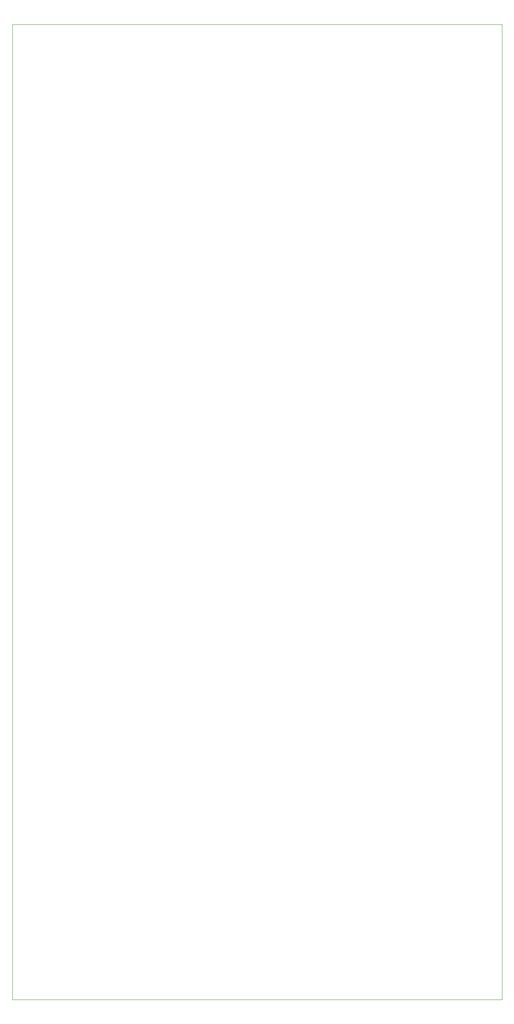
<source format=gbr>
G04 #@! TF.GenerationSoftware,KiCad,Pcbnew,(5.1.4)-1*
G04 #@! TF.CreationDate,2019-11-12T22:00:32+01:00*
G04 #@! TF.ProjectId,Digit,44696769-742e-46b6-9963-61645f706362,rev?*
G04 #@! TF.SameCoordinates,Original*
G04 #@! TF.FileFunction,Profile,NP*
%FSLAX46Y46*%
G04 Gerber Fmt 4.6, Leading zero omitted, Abs format (unit mm)*
G04 Created by KiCad (PCBNEW (5.1.4)-1) date 2019-11-12 22:00:32*
%MOMM*%
%LPD*%
G04 APERTURE LIST*
%ADD10C,0.050000*%
G04 APERTURE END LIST*
D10*
X169500000Y-24500000D02*
X62500000Y-24500000D01*
X169500000Y-237500000D02*
X169500000Y-24500000D01*
X62500000Y-237500000D02*
X169500000Y-237500000D01*
X62500000Y-24500000D02*
X62500000Y-237500000D01*
M02*

</source>
